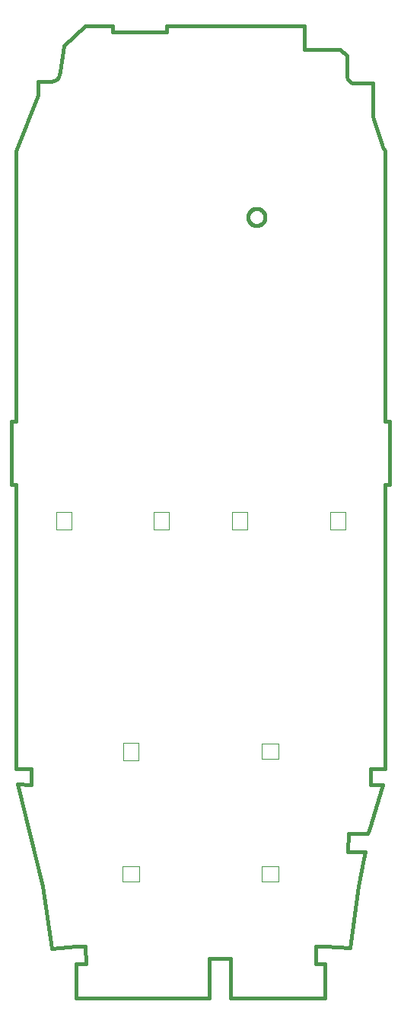
<source format=gm1>
G04 #@! TF.GenerationSoftware,KiCad,Pcbnew,8.0.4*
G04 #@! TF.CreationDate,2025-03-19T09:33:49+11:00*
G04 #@! TF.ProjectId,nokia,6e6f6b69-612e-46b6-9963-61645f706362,rev?*
G04 #@! TF.SameCoordinates,Original*
G04 #@! TF.FileFunction,Profile,NP*
%FSLAX46Y46*%
G04 Gerber Fmt 4.6, Leading zero omitted, Abs format (unit mm)*
G04 Created by KiCad (PCBNEW 8.0.4) date 2025-03-19 09:33:49*
%MOMM*%
%LPD*%
G01*
G04 APERTURE LIST*
G04 #@! TA.AperFunction,Profile*
%ADD10C,0.050000*%
G04 #@! TD*
G04 #@! TA.AperFunction,Profile*
%ADD11C,0.399999*%
G04 #@! TD*
G04 APERTURE END LIST*
D10*
X33800000Y-112750000D02*
X35700000Y-112750000D01*
X35700000Y-114450000D01*
X33800000Y-114450000D01*
X33800000Y-112750000D01*
X33900000Y-99050000D02*
X35600000Y-99050000D01*
X35600000Y-100950000D01*
X33900000Y-100950000D01*
X33900000Y-99050000D01*
X46015000Y-73400000D02*
X47715000Y-73400000D01*
X47715000Y-75300000D01*
X46015000Y-75300000D01*
X46015000Y-73400000D01*
X49300000Y-99150000D02*
X51200000Y-99150000D01*
X51200000Y-100850000D01*
X49300000Y-100850000D01*
X49300000Y-99150000D01*
X49300000Y-112775000D02*
X51200000Y-112775000D01*
X51200000Y-114475000D01*
X49300000Y-114475000D01*
X49300000Y-112775000D01*
D11*
X32710000Y-20011414D02*
X38710000Y-20011414D01*
X38710000Y-19361414D01*
X54000000Y-19361414D01*
X54000000Y-22000000D01*
X55900000Y-22000000D01*
X58043600Y-22000000D01*
X58743594Y-22700000D01*
X58743564Y-24550764D01*
X58800000Y-25050764D01*
X58900000Y-25250764D01*
X59050000Y-25450764D01*
X59200000Y-25600764D01*
X59400000Y-25700764D01*
X59600000Y-25750764D01*
X59750000Y-25750764D01*
X59950000Y-25750076D01*
X61663401Y-25750764D01*
X61663401Y-29422756D01*
X62773526Y-32816461D01*
X63036104Y-33238764D01*
X63036104Y-63300000D01*
X63536104Y-63300000D01*
X63536104Y-70300000D01*
X63036104Y-70300000D01*
X63036104Y-101950000D01*
X61400000Y-101950000D01*
X61400000Y-103650000D01*
X62778579Y-103658580D01*
X61236332Y-108795765D01*
X61100000Y-109095765D01*
X58941041Y-109095765D01*
X58900000Y-111100000D01*
X60817200Y-111102832D01*
X60686364Y-111897377D01*
X60092057Y-114987095D01*
X59079399Y-121846959D01*
X56359467Y-121611000D01*
X55350000Y-121650000D01*
X55315781Y-123598519D01*
X56359467Y-123611000D01*
X56359467Y-127361530D01*
X45859000Y-127361530D01*
X45859000Y-122961000D01*
X43459000Y-122961000D01*
X43459000Y-127361530D01*
X28659352Y-127361530D01*
X28659352Y-123611000D01*
X29702428Y-123598519D01*
X29700000Y-121650000D01*
X28659352Y-121611000D01*
X25938684Y-121851668D01*
X24926762Y-114987095D01*
X22143849Y-103639247D01*
X23650000Y-103650000D01*
X23650000Y-101950000D01*
X21938102Y-101950000D01*
X21938102Y-70300000D01*
X21438102Y-70300000D01*
X21438102Y-63300000D01*
X21938102Y-63300000D01*
X21938102Y-33238853D01*
X24446323Y-27029904D01*
X24446323Y-25500764D01*
X25850000Y-25500764D01*
X26150000Y-25450000D01*
X26500000Y-25300000D01*
X26700000Y-25050000D01*
X26800000Y-24800000D01*
X26870000Y-24400000D01*
X27270101Y-21550000D01*
X29620101Y-19361414D01*
X32710000Y-19361414D01*
X32710000Y-20011414D01*
D10*
X26400000Y-73400000D02*
X28100000Y-73400000D01*
X28100000Y-75300000D01*
X26400000Y-75300000D01*
X26400000Y-73400000D01*
X37310000Y-73400000D02*
X39010000Y-73400000D01*
X39010000Y-75300000D01*
X37310000Y-75300000D01*
X37310000Y-73400000D01*
X56925000Y-73400000D02*
X58625000Y-73400000D01*
X58625000Y-75300000D01*
X56925000Y-75300000D01*
X56925000Y-73400000D01*
D11*
X48772287Y-39654860D02*
X48820518Y-39658536D01*
X48868048Y-39664584D01*
X48914818Y-39672943D01*
X48960766Y-39683555D01*
X49005834Y-39696359D01*
X49049963Y-39711295D01*
X49093091Y-39728306D01*
X49135161Y-39747329D01*
X49176111Y-39768307D01*
X49215883Y-39791178D01*
X49254417Y-39815885D01*
X49291654Y-39842366D01*
X49327532Y-39870563D01*
X49361994Y-39900415D01*
X49394979Y-39931864D01*
X49426427Y-39964849D01*
X49456279Y-39999310D01*
X49484476Y-40035189D01*
X49510957Y-40072425D01*
X49535664Y-40110959D01*
X49558536Y-40150731D01*
X49579513Y-40191682D01*
X49598537Y-40233751D01*
X49615547Y-40276880D01*
X49630484Y-40321008D01*
X49643288Y-40366076D01*
X49653899Y-40412025D01*
X49662259Y-40458794D01*
X49668306Y-40506324D01*
X49671982Y-40554556D01*
X49673227Y-40603429D01*
X49672076Y-40650542D01*
X49668610Y-40697336D01*
X49662862Y-40743733D01*
X49654865Y-40789656D01*
X49644650Y-40835025D01*
X49632250Y-40879764D01*
X49617697Y-40923794D01*
X49601024Y-40967037D01*
X49582262Y-41009417D01*
X49561444Y-41050854D01*
X49538601Y-41091270D01*
X49513767Y-41130589D01*
X49486974Y-41168732D01*
X49458253Y-41205621D01*
X49427637Y-41241179D01*
X49395159Y-41275327D01*
X49361029Y-41307824D01*
X49325488Y-41338459D01*
X49288614Y-41367200D01*
X49250486Y-41394014D01*
X49211180Y-41418869D01*
X49170776Y-41441734D01*
X49129350Y-41462574D01*
X49086981Y-41481359D01*
X49043746Y-41498056D01*
X48999724Y-41512633D01*
X48954992Y-41525057D01*
X48909628Y-41535296D01*
X48863710Y-41543318D01*
X48817316Y-41549090D01*
X48770524Y-41552581D01*
X48723412Y-41553758D01*
X48676283Y-41552605D01*
X48629473Y-41549137D01*
X48583061Y-41543386D01*
X48537124Y-41535383D01*
X48491740Y-41525162D01*
X48446987Y-41512754D01*
X48402944Y-41498191D01*
X48359688Y-41481507D01*
X48317297Y-41462732D01*
X48275849Y-41441900D01*
X48235422Y-41419043D01*
X48196094Y-41394193D01*
X48157944Y-41367383D01*
X48121048Y-41338644D01*
X48085486Y-41308009D01*
X48051334Y-41275510D01*
X48018835Y-41241358D01*
X47988200Y-41205795D01*
X47959461Y-41168899D01*
X47932650Y-41130749D01*
X47907800Y-41091421D01*
X47884942Y-41050994D01*
X47864110Y-41009546D01*
X47845336Y-40967155D01*
X47828651Y-40923898D01*
X47814089Y-40879855D01*
X47801681Y-40835102D01*
X47791459Y-40789718D01*
X47783456Y-40743781D01*
X47777705Y-40697368D01*
X47774237Y-40650558D01*
X47773085Y-40603429D01*
X47774252Y-40556349D01*
X47777734Y-40509586D01*
X47783498Y-40463216D01*
X47791511Y-40417318D01*
X47801741Y-40371971D01*
X47814157Y-40327252D01*
X47828725Y-40283239D01*
X47845413Y-40240011D01*
X47864190Y-40197646D01*
X47885022Y-40156222D01*
X47907878Y-40115817D01*
X47932726Y-40076509D01*
X47959532Y-40038377D01*
X47988266Y-40001498D01*
X48018894Y-39965952D01*
X48051384Y-39931815D01*
X48085526Y-39899330D01*
X48121077Y-39868707D01*
X48157961Y-39839978D01*
X48196099Y-39813177D01*
X48235413Y-39788336D01*
X48275826Y-39765485D01*
X48317259Y-39744659D01*
X48359634Y-39725889D01*
X48402875Y-39709207D01*
X48446902Y-39694645D01*
X48491639Y-39682237D01*
X48537006Y-39672013D01*
X48582927Y-39664007D01*
X48629322Y-39658250D01*
X48676116Y-39654776D01*
X48723229Y-39653615D01*
X48723414Y-39653615D01*
X48772287Y-39654860D01*
M02*

</source>
